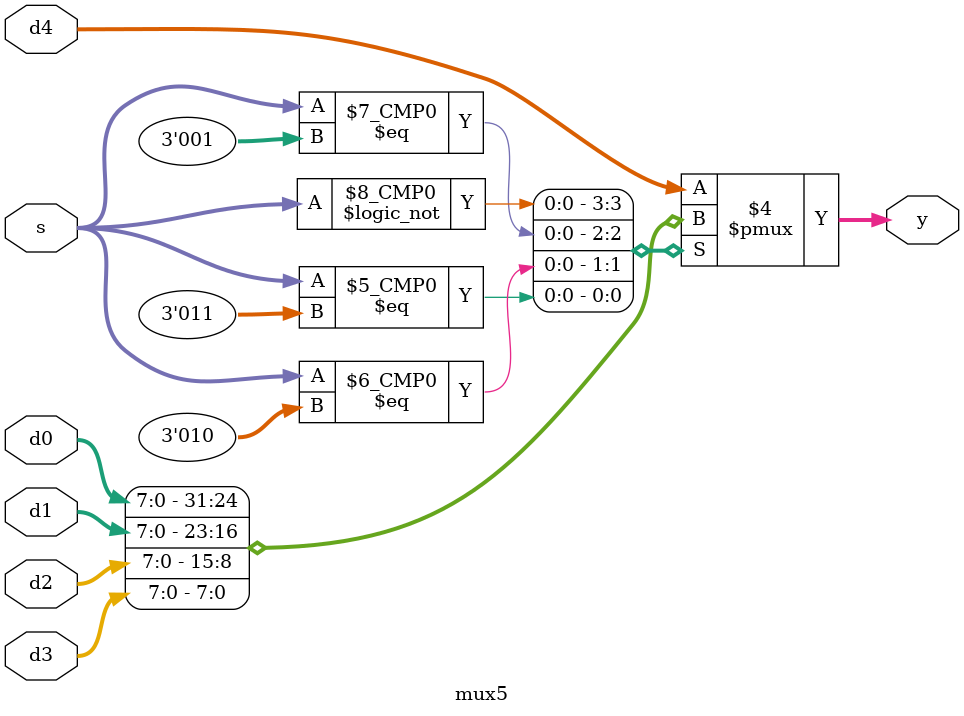
<source format=sv>

module mips(input  logic        clk, reset,
            output logic [31:0] adr, writedata,
            output logic        memwrite,
            input  logic [31:0] readdata);

  logic        zero, pcen, irwrite, regwrite,
               alusrca, iord, memtoreg;
  logic [1:0]  regdst;
  logic [2:0]  alusrcb;
  logic [2:0]  pcsrc;
  logic [2:0]  alucontrol;
  logic [5:0]  op, funct;

  controller c(clk, reset, op, funct, zero,
               pcen, memwrite, irwrite, regwrite,
               alusrca, iord, memtoreg, regdst, 
               alusrcb, pcsrc, alucontrol);
  datapath dp(clk, reset, 
              pcen, irwrite, regwrite,
              alusrca, iord, memtoreg, regdst,
              alusrcb, pcsrc, alucontrol,
              op, funct, zero,
              adr, writedata, readdata);
endmodule

module controller(input  logic       clk, reset,
                  input  logic [5:0] op, funct,
                  input  logic       zero,
                  output logic       pcen, memwrite, irwrite, regwrite,
                  output logic       alusrca, iord, memtoreg, 
				  output logic [1:0] regdst,
                  output logic [2:0] alusrcb,
				  output logic [2:0] pcsrc,
                  output logic [2:0] alucontrol);

  logic [1:0] aluop;
  logic       branch, bne, pcwrite;

  // Main Decoder and ALU Decoder subunits.
  maindec md(clk, reset, op, funct,
             pcwrite, memwrite, irwrite, regwrite,
             alusrca, branch, bne, iord, memtoreg, regdst, 
             alusrcb, pcsrc, aluop);
  aludec  ad(funct, aluop, alucontrol);

  assign pcen = pcwrite | branch & (bne ^ zero);
 
endmodule

module maindec(input  logic       clk, reset, 
               input  logic [5:0] op, funct,
               output logic       pcwrite, memwrite, irwrite, regwrite,
               output logic       alusrca, branch, bne, iord, memtoreg, 
			   output logic [1:0] regdst,
               output logic [2:0] alusrcb,
			   output logic [2:0] pcsrc,
               output logic [1:0] aluop);

  parameter   FETCH   = 5'b00000; 	// State 0
  parameter   DECODE  = 5'b00001; 	// State 1
  parameter   MEMADR  = 5'b00010;	// State 2
  parameter   MEMRD   = 5'b00011;	// State 3
  parameter   MEMWB   = 5'b00100;	// State 4
  parameter   MEMWR   = 5'b00101;	// State 5
  parameter   RTYPEEX = 5'b00110;	// State 6
  parameter   RTYPEWB = 5'b00111;	// State 7
  parameter   BEQEX   = 5'b01000;	// State 8
  parameter   ADDIEX  = 5'b01001;	// State 9
  parameter   ADDIWB  = 5'b01010;	// state 10
  parameter   JEX     = 5'b01011;	// State 11
  parameter   ORIEX   = 5'b01100;	// State 12
  parameter   ORIWB   = 5'b01101;	// state 13
  parameter   BNEEX   = 5'b01110;	// State 14
  parameter   JALEX   = 5'b01111;	// State 15
  parameter   JREX    = 5'b10000; // State 16
  

  parameter   LW      = 6'b00011;	// Opcode for lw
  parameter   SW      = 6'b01011;	// Opcode for sw
  parameter   RTYPE   = 6'b00000;	// Opcode for R-type
  parameter   BEQ     = 6'b00100;	// Opcode for beq
  parameter   ADDI    = 6'b01000;	// Opcode for addi
  parameter   J       = 6'b00010;	// Opcode for j
  parameter   ORI     = 6'b01101;	// Opcode for ori
  parameter   BNE     = 6'b00101;	// Opcode for bne
  parameter   JAL     = 6'b00011;	// Opcode for jal

  parameter   FUNCTJR      = 6'b01000; 

  logic [4:0]  state, nextstate;
  logic [19:0] controls;

  // state register
  always_ff @(posedge clk or posedge reset)			
    if(reset) state <= FETCH;
    else state <= nextstate;

  // next state logic
  always_comb
    case(state)
      FETCH:   nextstate <= DECODE;
      DECODE:  case(op)
                 LW:      nextstate <= MEMADR;
                 SW:      nextstate <= MEMADR;
                 RTYPE:   nextstate <= RTYPEEX;
                 BEQ:     nextstate <= BEQEX;
                 ADDI:    nextstate <= ADDIEX;
                 J:       nextstate <= JEX;
				 ORI:	  nextstate <= ORIEX;
				 BNE:     nextstate <= BNEEX;
				 JAL:     nextstate <= JALEX;
                 default: nextstate <= 5'bx; // should never happen
               endcase
      MEMADR: case(op)
                 LW:      nextstate <= MEMRD;
                 SW:      nextstate <= MEMWR;
                 RTYPE:
                      case(funct)
                        FUNCTJR:   nextstate <= JREX;
                        default:  nextstate <= RTYPEEX;
                      endcase
                 default: nextstate <= 5'bx;
               endcase
      MEMRD:   nextstate <= MEMWB;
      MEMWB:   nextstate <= FETCH;
      MEMWR:   nextstate <= FETCH;
      RTYPEEX: nextstate <= RTYPEWB;
      RTYPEWB: nextstate <= FETCH;
      BEQEX:   nextstate <= FETCH;
      ADDIEX:  nextstate <= ADDIWB;
      ADDIWB:  nextstate <= FETCH;
      JEX:     nextstate <= FETCH;
	  ORIEX:   nextstate <= ORIWB;
	  ORIWB:   nextstate <= FETCH;
	  BNEEX:   nextstate <= FETCH;
	  JALEX:   nextstate <= FETCH;
    JREX:    nextstate  <= FETCH;
      default: nextstate <= 5'bx; // should never happen
    endcase

  // output logic
  assign {pcwrite, memwrite, irwrite, regwrite, 
          alusrca, branch, bne, iord, memtoreg, 
		  regdst,
          alusrcb, pcsrc, aluop} = controls;

  /*
  module maindec(input  logic       clk, reset, 
	   input  logic [5:0] op, 
	   output logic       pcwrite, memwrite, irwrite, regwrite,
	   output logic       alusrca, branch, iord, memtoreg, regdst,
	   output logic [1:0] alusrcb, pcsrc,
	   output logic [1:0] aluop);
  */
  always_comb
    case(state)						 // 0000 00000 00_00_00
      FETCH:   controls <= 19'b1010_00000_00_001_000_00; //h5010;
      DECODE:  controls <= 19'b0000_00000_00_011_000_00; //h0030;
      MEMADR:  controls <= 19'b0000_10000_00_010_000_00; //h0420; b0000_10000_10_00_00
      MEMRD:   controls <= 19'b0000_00010_00_000_000_00; //h0100; b0000_00100_00_00_00
      MEMWB:   controls <= 19'b0001_00001_00_000_000_00; //h0880; b0001_00010_00_00_00
      MEMWR:   controls <= 19'b0100_00010_00_000_000_00; //h2100; b0100_00100_00_00_00
      RTYPEEX: controls <= 19'b0000_10000_00_000_000_10; //h0402;
      RTYPEWB: controls <= 19'b0001_00000_01_000_000_00; //h0840;
	    BEQEX:   controls <= 19'b0000_11000_00_000_011_01; //h0605;
      ADDIEX:  controls <= 19'b0000_10000_00_010_000_00; //h0420;
      ADDIWB:  controls <= 19'b0001_00000_00_000_000_00; //h0800;
      JEX:     controls <= 19'b1000_00000_00_000_010_00; //h4008;
	    ORIEX:   controls <= 19'b0000_10000_00_100_000_11; //h0423;
	    ORIWB:   controls <= 19'b0001_10000_00_100_000_11; //h0803;
	    BNEEX:   controls <= 19'b0000_11100_00_000_011_01; //h0605;
	    JALEX:   controls <= 19'b1001_00001_10_000_010_00; //h4008;
      JREX:    controls <= 19'b1000_00000_00_000_101_00; //h4008;
      default: controls <= 19'bxxxx_xxxxx_0x_xxx_xx_xx; // should never happen
    endcase
endmodule

module aludec(input  logic [5:0] funct,
              input  logic [1:0] aluop,
              output logic [2:0] alucontrol);

  always @(*)
    case(aluop)
      2'b00: alucontrol <= 3'b010;  // add
      2'b01: alucontrol <= 3'b110;  // sub
	  2'b11: alucontrol <= 3'b001;  // ori
      default: case(funct)          // RTYPE aluop b10
          6'b100000: alucontrol <= 3'b010; // ADD
          6'b100010: alucontrol <= 3'b110; // SUB
          6'b100100: alucontrol <= 3'b000; // AND
          6'b100101: alucontrol <= 3'b001; // OR
          6'b101010: alucontrol <= 3'b111; // SLT
          default:   alucontrol <= 3'bxxx; // ???
        endcase
    endcase

endmodule

module datapath(input  logic        clk, reset,
                input  logic        pcen, irwrite, regwrite,
                input  logic        alusrca, iord, memtoreg, 
				input  logic [1:0]  regdst,
                input  logic [2:0]  alusrcb, 
				input  logic [2:0]  pcsrc,
                input  logic [2:0]  alucontrol,
                output logic [5:0]  op, funct,
                output logic        zero,
                output logic [31:0] adr, writedata, 
                input  logic [31:0] readdata);

  // Below are the internal signals of the datapath module.

  logic [4:0]  writereg;
  logic [31:0] pcnext, pc;
  logic [31:0] instr, data, srca, srcb;
  logic [31:0] a;
  logic [31:0] aluresult, aluout;
  logic [31:0] signimm;   // the sign-extended immediate
  logic [31:0] signimmsh;	// the sign-extended immediate shifted left by 2
  logic [31:0] orihizerosig;
  logic [31:0] wd3, rd1, rd2;
  logic [31:0] pcbranch;

  // op and funct fields to controller
  assign op = instr[31:26];
  assign funct = instr[5:0];

  flopenr #(32) pcreg(clk, reset, pcen, pcnext, pc);
  mux2    #(32) adrmux(pc, aluout, iord, adr);
  flopenr #(32) instrreg(clk, reset, irwrite, readdata, instr);
  flopr   #(32) datareg(clk, reset, readdata, data);
  mux3    #(5)  regdstmux(instr[20:16], instr[15:11], 5'b11111, regdst, writereg);
  mux2    #(32) wdmux(aluout, data, memtoreg, wd3);
  regfile       rf(clk, regwrite, instr[25:21], instr[20:16], writereg, wd3, rd1, rd2);
  signext       se(instr[15:0], signimm);
  hizero		orihizero(instr[15:0], orihizerosig); // coloca a parte alta do imediate do ori como zero.
  sl2           immsh(signimm, signimmsh); 
  flopr   #(32) areg(clk, reset, rd1, a);
  flopr   #(32) breg(clk, reset, rd2, writedata);
  mux2    #(32) srcamux(pc, a, alusrca, srca);
  mux5    #(32) srcbmux(writedata, 32'b100, signimm, signimmsh, orihizerosig, alusrcb, srcb);
  alu           alu(srca, srcb, alucontrol, aluresult, zero);
  flopr   #(32) alureg(clk, reset, aluresult, aluout);
  mux5    #(32) pcmux(aluresult, aluout, {pc[31:28], instr[25:0], 2'b00}, pcbranch, a, pcsrc, pcnext);
  bdm			bdm_bb(pc, signimmsh, pcbranch);
endmodule

//Branch do mal - bdm
module bdm(input  logic [31:0] npc,	//pc ja incrementado de 4
		   input  logic [31:0] imedd, //Incremento de endereço em bytes
           output logic [31:0] dest); //endereço de destino do salto

  assign dest =  npc + imedd;
endmodule

module mux3 #(parameter WIDTH = 8)
             (input  logic [WIDTH-1:0] d0, d1, d2,
              input  logic [1:0]       s, 
              output logic [WIDTH-1:0] y);

  assign #1 y = s[1] ? d2 : (s[0] ? d1 : d0); 
endmodule

module mux4 #(parameter WIDTH = 8)
             (input  logic [WIDTH-1:0] d0, d1, d2, d3,
              input  logic [1:0]       s, 
              output logic [WIDTH-1:0] y);

   always_comb
      case(s)
         2'b00: y <= d0;
         2'b01: y <= d1;
         2'b10: y <= d2;
         2'b11: y <= d3;
      endcase
endmodule

module mux5 #(parameter WIDTH = 8)
             (input  logic [WIDTH-1:0] d0, d1, d2, d3, d4,
              input  logic [2:0]       s, 
              output logic [WIDTH-1:0] y);

   always_comb
      case(s)
         3'b000: y <= d0;
         3'b001: y <= d1;
         3'b010: y <= d2;
         3'b011: y <= d3;
		 3'b100: y <= d4;
		 default: y <= d4;
      endcase
endmodule


</source>
